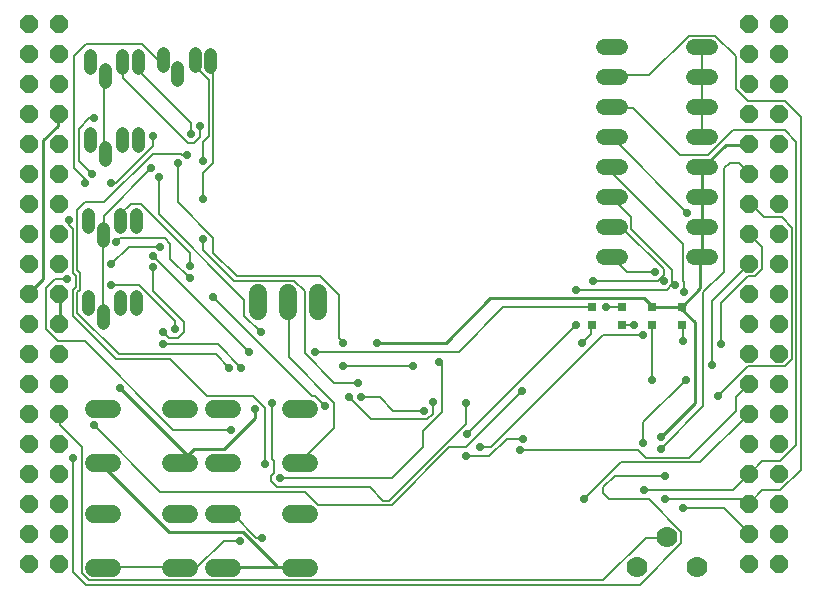
<source format=gtl>
G75*
%MOIN*%
%OFA0B0*%
%FSLAX25Y25*%
%IPPOS*%
%LPD*%
%AMOC8*
5,1,8,0,0,1.08239X$1,22.5*
%
%ADD10R,0.03150X0.03150*%
%ADD11C,0.06000*%
%ADD12C,0.04362*%
%ADD13C,0.07000*%
%ADD14OC8,0.06000*%
%ADD15C,0.05200*%
%ADD16C,0.01000*%
%ADD17C,0.02781*%
%ADD18C,0.00600*%
D10*
X0201550Y0093697D03*
X0201550Y0099603D03*
X0211550Y0099603D03*
X0211550Y0093697D03*
X0221550Y0093697D03*
X0221550Y0099603D03*
X0231550Y0099603D03*
X0231550Y0093697D03*
D11*
X0110300Y0098300D02*
X0110300Y0104300D01*
X0100300Y0104300D02*
X0100300Y0098300D01*
X0090300Y0098300D02*
X0090300Y0104300D01*
X0081750Y0065550D02*
X0075750Y0065550D01*
X0067350Y0065550D02*
X0061350Y0065550D01*
X0041750Y0065550D02*
X0035750Y0065550D01*
X0035750Y0047750D02*
X0041750Y0047750D01*
X0041750Y0030550D02*
X0035750Y0030550D01*
X0035750Y0012750D02*
X0041750Y0012750D01*
X0061350Y0012750D02*
X0067350Y0012750D01*
X0075750Y0012750D02*
X0081750Y0012750D01*
X0101350Y0012750D02*
X0107350Y0012750D01*
X0107350Y0030550D02*
X0101350Y0030550D01*
X0081750Y0030550D02*
X0075750Y0030550D01*
X0067350Y0030550D02*
X0061350Y0030550D01*
X0061350Y0047750D02*
X0067350Y0047750D01*
X0075750Y0047750D02*
X0081750Y0047750D01*
X0101350Y0047750D02*
X0107350Y0047750D01*
X0107350Y0065550D02*
X0101350Y0065550D01*
D12*
X0049475Y0098856D02*
X0049475Y0103219D01*
X0044263Y0103344D02*
X0044263Y0098981D01*
X0038459Y0098659D02*
X0038459Y0094297D01*
X0033641Y0098981D02*
X0033641Y0103344D01*
X0038499Y0121727D02*
X0038499Y0126089D01*
X0033680Y0126411D02*
X0033680Y0130774D01*
X0044302Y0130774D02*
X0044302Y0126411D01*
X0049515Y0126286D02*
X0049515Y0130648D01*
X0039129Y0148727D02*
X0039129Y0153089D01*
X0034310Y0153411D02*
X0034310Y0157774D01*
X0044932Y0157774D02*
X0044932Y0153411D01*
X0050144Y0153286D02*
X0050144Y0157648D01*
X0039239Y0174727D02*
X0039239Y0179089D01*
X0034420Y0179411D02*
X0034420Y0183774D01*
X0045042Y0183774D02*
X0045042Y0179411D01*
X0050255Y0179286D02*
X0050255Y0183648D01*
X0058550Y0184274D02*
X0058550Y0179911D01*
X0063369Y0179589D02*
X0063369Y0175227D01*
X0069172Y0179911D02*
X0069172Y0184274D01*
X0074385Y0184148D02*
X0074385Y0179786D01*
D13*
X0226589Y0022920D03*
X0216589Y0012920D03*
X0236589Y0012920D03*
D14*
X0014050Y0014150D03*
X0024050Y0014150D03*
X0024050Y0024150D03*
X0014050Y0024150D03*
X0014050Y0034150D03*
X0024050Y0034150D03*
X0024050Y0044150D03*
X0014050Y0044150D03*
X0014050Y0054150D03*
X0024050Y0054150D03*
X0024050Y0064150D03*
X0014050Y0064150D03*
X0014050Y0074150D03*
X0024050Y0074150D03*
X0024050Y0084150D03*
X0014050Y0084150D03*
X0014050Y0094150D03*
X0024050Y0094150D03*
X0024050Y0104150D03*
X0014050Y0104150D03*
X0014050Y0114150D03*
X0024050Y0114150D03*
X0024050Y0124150D03*
X0014050Y0124150D03*
X0014050Y0134150D03*
X0024050Y0134150D03*
X0024050Y0144150D03*
X0014050Y0144150D03*
X0014050Y0154150D03*
X0024050Y0154150D03*
X0024050Y0164150D03*
X0014050Y0164150D03*
X0014050Y0174150D03*
X0024050Y0174150D03*
X0024050Y0184150D03*
X0014050Y0184150D03*
X0014050Y0194150D03*
X0024050Y0194150D03*
X0254050Y0194150D03*
X0264050Y0194150D03*
X0264050Y0184150D03*
X0254050Y0184150D03*
X0254050Y0174150D03*
X0264050Y0174150D03*
X0264050Y0164150D03*
X0254050Y0164150D03*
X0254050Y0154150D03*
X0264050Y0154150D03*
X0264050Y0144150D03*
X0254050Y0144150D03*
X0254050Y0134150D03*
X0264050Y0134150D03*
X0264050Y0124150D03*
X0254050Y0124150D03*
X0254050Y0114150D03*
X0264050Y0114150D03*
X0264050Y0104150D03*
X0254050Y0104150D03*
X0254050Y0094150D03*
X0264050Y0094150D03*
X0264050Y0084150D03*
X0254050Y0084150D03*
X0254050Y0074150D03*
X0264050Y0074150D03*
X0264050Y0064150D03*
X0254050Y0064150D03*
X0254050Y0054150D03*
X0264050Y0054150D03*
X0264050Y0044150D03*
X0254050Y0044150D03*
X0254050Y0034150D03*
X0264050Y0034150D03*
X0264050Y0024150D03*
X0254050Y0024150D03*
X0254050Y0014150D03*
X0264050Y0014150D03*
D15*
X0240800Y0116400D02*
X0235600Y0116400D01*
X0235600Y0126400D02*
X0240800Y0126400D01*
X0240800Y0136400D02*
X0235600Y0136400D01*
X0235600Y0146400D02*
X0240800Y0146400D01*
X0240800Y0156400D02*
X0235600Y0156400D01*
X0235600Y0166400D02*
X0240800Y0166400D01*
X0240800Y0176400D02*
X0235600Y0176400D01*
X0235600Y0186400D02*
X0240800Y0186400D01*
X0210800Y0186400D02*
X0205600Y0186400D01*
X0205600Y0176400D02*
X0210800Y0176400D01*
X0210800Y0166400D02*
X0205600Y0166400D01*
X0205600Y0156400D02*
X0210800Y0156400D01*
X0210800Y0146400D02*
X0205600Y0146400D01*
X0205600Y0136400D02*
X0210800Y0136400D01*
X0210800Y0126400D02*
X0205600Y0126400D01*
X0205600Y0116400D02*
X0210800Y0116400D01*
D16*
X0219070Y0102536D02*
X0221530Y0100075D01*
X0221550Y0099603D01*
X0222022Y0099583D01*
X0231373Y0099583D01*
X0231550Y0099603D01*
X0231373Y0099091D01*
X0235802Y0094662D01*
X0235802Y0067595D01*
X0224483Y0056276D01*
X0231550Y0099603D02*
X0231865Y0100075D01*
X0237770Y0105981D01*
X0237770Y0116315D01*
X0238200Y0116400D01*
X0238263Y0116807D01*
X0238263Y0126158D01*
X0238200Y0126400D01*
X0238263Y0126650D01*
X0238263Y0136000D01*
X0238200Y0136400D01*
X0238263Y0136493D01*
X0238263Y0146335D01*
X0238200Y0146400D01*
X0238755Y0146335D01*
X0246137Y0153717D01*
X0254011Y0153717D01*
X0254050Y0154150D01*
X0219070Y0102536D02*
X0167554Y0102536D01*
X0152790Y0087772D01*
X0129995Y0087772D01*
X0089148Y0065626D02*
X0089148Y0062674D01*
X0078814Y0052339D01*
X0068971Y0052339D01*
X0064542Y0047910D01*
X0064350Y0047750D01*
X0066511Y0050370D01*
X0044365Y0072516D01*
X0024188Y0094170D02*
X0024050Y0094150D01*
X0024188Y0094170D02*
X0024188Y0104012D01*
X0024050Y0104150D01*
X0018774Y0108933D02*
X0014345Y0104504D01*
X0014050Y0104150D01*
X0018774Y0108933D02*
X0018774Y0155193D01*
X0023696Y0160115D01*
X0023696Y0164052D01*
X0024050Y0164150D01*
X0038750Y0047750D02*
X0038952Y0047418D01*
X0038952Y0046433D01*
X0060605Y0024780D01*
X0085211Y0024780D01*
X0096530Y0013461D01*
X0096530Y0012969D01*
X0103912Y0012969D01*
X0104350Y0012750D01*
X0096530Y0012969D02*
X0078814Y0012969D01*
X0078750Y0012750D01*
D17*
X0084227Y0021827D03*
X0091609Y0022811D03*
X0097515Y0042496D03*
X0092593Y0047418D03*
X0081274Y0058737D03*
X0089148Y0065626D03*
X0095054Y0067595D03*
X0084719Y0079406D03*
X0080782Y0079406D03*
X0087180Y0084819D03*
X0091117Y0091217D03*
X0075369Y0103028D03*
X0067495Y0109426D03*
X0067495Y0113363D03*
X0071924Y0122221D03*
X0057652Y0119760D03*
X0055192Y0116807D03*
X0055192Y0112870D03*
X0042889Y0121237D03*
X0041412Y0113855D03*
X0041412Y0106965D03*
X0026648Y0108933D03*
X0027141Y0128619D03*
X0032554Y0140922D03*
X0035015Y0143874D03*
X0041412Y0140922D03*
X0054700Y0145843D03*
X0057160Y0142890D03*
X0063558Y0147811D03*
X0066511Y0150272D03*
X0071924Y0148304D03*
X0067987Y0157162D03*
X0070940Y0160115D03*
X0055192Y0156670D03*
X0035507Y0162575D03*
X0071924Y0135508D03*
X0062574Y0092201D03*
X0058637Y0091217D03*
X0058637Y0087280D03*
X0044365Y0072516D03*
X0035507Y0060213D03*
X0028617Y0049386D03*
X0109326Y0084819D03*
X0118676Y0087772D03*
X0118676Y0079898D03*
X0123597Y0074485D03*
X0124581Y0069563D03*
X0120644Y0069563D03*
X0112770Y0066611D03*
X0129995Y0087772D03*
X0141806Y0079898D03*
X0150664Y0081374D03*
X0148696Y0068087D03*
X0145743Y0065134D03*
X0159522Y0067595D03*
X0160015Y0057260D03*
X0164444Y0052831D03*
X0159522Y0049878D03*
X0177731Y0051847D03*
X0178715Y0055784D03*
X0178223Y0071532D03*
X0198400Y0087772D03*
X0196432Y0093678D03*
X0206274Y0099583D03*
X0215625Y0093678D03*
X0218578Y0090233D03*
X0231865Y0088264D03*
X0241707Y0080390D03*
X0244660Y0087280D03*
X0232849Y0075469D03*
X0221530Y0075469D03*
X0243597Y0069977D03*
X0224483Y0056276D03*
X0224483Y0052339D03*
X0218578Y0054307D03*
X0225959Y0043481D03*
X0219070Y0038559D03*
X0225959Y0035607D03*
X0231865Y0032654D03*
X0198893Y0035607D03*
X0196432Y0105489D03*
X0201845Y0108441D03*
X0222515Y0111394D03*
X0225467Y0108441D03*
X0229404Y0106965D03*
X0232357Y0104504D03*
X0233341Y0131079D03*
D18*
X0208243Y0156178D01*
X0208200Y0156400D01*
X0208243Y0166020D02*
X0208200Y0166400D01*
X0208243Y0166020D02*
X0215133Y0166020D01*
X0230881Y0150272D01*
X0240231Y0150272D01*
X0248597Y0158638D01*
X0265822Y0158638D01*
X0269759Y0154701D01*
X0269759Y0053815D01*
X0264345Y0048402D01*
X0258440Y0048402D01*
X0254503Y0044465D01*
X0254050Y0044150D01*
X0254011Y0043973D01*
X0248597Y0038559D01*
X0219070Y0038559D01*
X0220546Y0035607D02*
X0207259Y0035607D01*
X0205290Y0037575D01*
X0205290Y0039544D01*
X0209227Y0043481D01*
X0225959Y0043481D01*
X0219562Y0049386D02*
X0233833Y0049386D01*
X0249581Y0065134D01*
X0249581Y0069563D01*
X0254011Y0073993D01*
X0254050Y0074150D01*
X0253519Y0079898D02*
X0265822Y0079898D01*
X0268282Y0082359D01*
X0268282Y0126158D01*
X0264837Y0129603D01*
X0258932Y0129603D01*
X0254503Y0134032D01*
X0254050Y0134150D01*
X0254050Y0124150D02*
X0258440Y0119760D01*
X0258440Y0112378D01*
X0255979Y0109918D01*
X0253519Y0109918D01*
X0244660Y0101059D01*
X0244660Y0087280D01*
X0241707Y0080390D02*
X0241707Y0101552D01*
X0254011Y0113855D01*
X0254050Y0114150D01*
X0245644Y0111394D02*
X0245644Y0145843D01*
X0247613Y0147811D01*
X0250566Y0147811D01*
X0254011Y0144367D01*
X0254050Y0144150D01*
X0238200Y0156400D02*
X0238263Y0156670D01*
X0238263Y0166020D01*
X0238200Y0166400D01*
X0238263Y0166512D01*
X0238263Y0176355D01*
X0238200Y0176400D01*
X0238263Y0176847D01*
X0238263Y0186197D01*
X0238200Y0186400D01*
X0233833Y0190134D02*
X0242692Y0190134D01*
X0249581Y0183244D01*
X0249581Y0172418D01*
X0253519Y0168481D01*
X0265822Y0168481D01*
X0271235Y0163067D01*
X0271235Y0045449D01*
X0264345Y0038559D01*
X0258440Y0038559D01*
X0254503Y0034622D01*
X0254050Y0034150D01*
X0254011Y0034622D01*
X0253026Y0035607D01*
X0225959Y0035607D01*
X0220546Y0035607D02*
X0231373Y0024780D01*
X0231373Y0020843D01*
X0217593Y0007063D01*
X0033046Y0007063D01*
X0028617Y0011493D01*
X0028617Y0049386D01*
X0031570Y0052831D02*
X0031570Y0011000D01*
X0034030Y0008540D01*
X0205290Y0008540D01*
X0219562Y0022811D01*
X0226452Y0022811D01*
X0226589Y0022920D01*
X0231865Y0032654D02*
X0245644Y0032654D01*
X0254011Y0024288D01*
X0254050Y0024150D01*
X0237770Y0047910D02*
X0254011Y0064150D01*
X0254050Y0064150D01*
X0243597Y0069977D02*
X0253519Y0079898D01*
X0238755Y0066611D02*
X0238755Y0104504D01*
X0245644Y0111394D01*
X0232357Y0107949D02*
X0232357Y0104504D01*
X0232357Y0107949D02*
X0231865Y0108441D01*
X0231865Y0120744D01*
X0208243Y0144367D01*
X0208243Y0146335D01*
X0208200Y0146400D01*
X0208200Y0136400D02*
X0208243Y0136000D01*
X0214641Y0129603D01*
X0214641Y0125666D01*
X0228420Y0111886D01*
X0228420Y0107949D01*
X0229404Y0106965D01*
X0228420Y0107457D02*
X0226452Y0105489D01*
X0196432Y0105489D01*
X0201845Y0108441D02*
X0223499Y0108441D01*
X0224483Y0109426D01*
X0225467Y0108441D01*
X0224483Y0109426D02*
X0225467Y0110410D01*
X0225467Y0112378D01*
X0211688Y0126158D01*
X0208243Y0126158D01*
X0208200Y0126400D01*
X0208200Y0116400D02*
X0208243Y0116315D01*
X0213164Y0111394D01*
X0222515Y0111394D01*
X0228420Y0107949D02*
X0228420Y0107457D01*
X0211550Y0099603D02*
X0211196Y0099583D01*
X0206274Y0099583D01*
X0201550Y0099603D02*
X0201353Y0099583D01*
X0172062Y0099583D01*
X0157298Y0084819D01*
X0109326Y0084819D01*
X0105881Y0084327D02*
X0115723Y0074485D01*
X0123597Y0074485D01*
X0118676Y0079898D02*
X0141806Y0079898D01*
X0150664Y0081374D02*
X0151648Y0080390D01*
X0151648Y0064642D01*
X0145251Y0058244D01*
X0145251Y0052831D01*
X0134916Y0042496D01*
X0097515Y0042496D01*
X0095546Y0044465D02*
X0094562Y0043481D01*
X0094562Y0041512D01*
X0096530Y0039544D01*
X0127534Y0039544D01*
X0131963Y0035115D01*
X0133932Y0035115D01*
X0159522Y0060705D01*
X0159522Y0067595D01*
X0148696Y0068087D02*
X0148696Y0064150D01*
X0146727Y0062181D01*
X0128026Y0062181D01*
X0120644Y0069563D01*
X0124581Y0069563D02*
X0130979Y0069563D01*
X0135408Y0065134D01*
X0145743Y0065134D01*
X0160015Y0057260D02*
X0196432Y0093678D01*
X0201353Y0093678D02*
X0201353Y0090725D01*
X0198400Y0087772D01*
X0205290Y0090233D02*
X0218578Y0090233D01*
X0221530Y0093678D02*
X0221550Y0093697D01*
X0221530Y0093678D02*
X0221530Y0075469D01*
X0232849Y0075469D02*
X0218578Y0061197D01*
X0218578Y0054307D01*
X0217101Y0051847D02*
X0219562Y0049386D01*
X0217101Y0051847D02*
X0177731Y0051847D01*
X0178715Y0055784D02*
X0173302Y0055784D01*
X0167396Y0049878D01*
X0159522Y0049878D01*
X0159522Y0052831D02*
X0154109Y0052831D01*
X0134916Y0033638D01*
X0110310Y0033638D01*
X0105881Y0038067D01*
X0057652Y0038067D01*
X0035507Y0060213D01*
X0031570Y0052831D02*
X0024188Y0060213D01*
X0024188Y0064150D01*
X0024050Y0064150D01*
X0042889Y0082359D02*
X0061097Y0082359D01*
X0073400Y0070056D01*
X0088656Y0070056D01*
X0092593Y0066119D01*
X0092593Y0047418D01*
X0095054Y0048894D02*
X0095546Y0048402D01*
X0095546Y0044465D01*
X0095054Y0048894D02*
X0095054Y0067595D01*
X0108341Y0070056D02*
X0109326Y0070056D01*
X0112770Y0066611D01*
X0115723Y0067595D02*
X0115723Y0059229D01*
X0104404Y0047910D01*
X0104350Y0047750D01*
X0081274Y0058737D02*
X0062081Y0058737D01*
X0032554Y0088264D01*
X0023696Y0088264D01*
X0019759Y0092201D01*
X0019759Y0105981D01*
X0022711Y0108933D01*
X0026648Y0108933D01*
X0028617Y0110902D02*
X0029601Y0109918D01*
X0029601Y0106473D01*
X0028617Y0105489D01*
X0028617Y0096630D01*
X0042889Y0082359D01*
X0043873Y0083835D02*
X0076353Y0083835D01*
X0080782Y0079406D01*
X0084719Y0079406D02*
X0076845Y0087280D01*
X0058637Y0087280D01*
X0060605Y0089248D02*
X0058637Y0091217D01*
X0060605Y0089248D02*
X0063558Y0089248D01*
X0065526Y0091217D01*
X0065526Y0094662D01*
X0055192Y0104996D01*
X0055192Y0112870D01*
X0055192Y0116807D02*
X0087180Y0084819D01*
X0091117Y0091217D02*
X0085704Y0096630D01*
X0085704Y0102044D01*
X0057160Y0130587D01*
X0057160Y0142890D01*
X0054700Y0145843D02*
X0038952Y0130095D01*
X0038952Y0126158D01*
X0038499Y0126089D01*
X0038459Y0125666D01*
X0038459Y0098659D01*
X0030093Y0097615D02*
X0030093Y0104504D01*
X0031078Y0105489D01*
X0031078Y0110902D01*
X0030093Y0111886D01*
X0030093Y0132063D01*
X0032554Y0134524D01*
X0038952Y0134524D01*
X0055192Y0150764D01*
X0064542Y0150764D01*
X0065034Y0150272D01*
X0066511Y0150272D01*
X0063558Y0147811D02*
X0063558Y0134524D01*
X0075369Y0122713D01*
X0075369Y0117792D01*
X0083243Y0109918D01*
X0110802Y0109918D01*
X0117200Y0103520D01*
X0117200Y0089248D01*
X0118676Y0087772D01*
X0105881Y0084327D02*
X0105881Y0104996D01*
X0102436Y0108441D01*
X0082259Y0108441D01*
X0071924Y0118776D01*
X0071924Y0122221D01*
X0067495Y0117792D02*
X0051255Y0134032D01*
X0047810Y0134032D01*
X0044365Y0130587D01*
X0044365Y0126650D01*
X0044302Y0126411D01*
X0044365Y0122713D02*
X0042889Y0121237D01*
X0044365Y0122713D02*
X0059129Y0122713D01*
X0061097Y0120744D01*
X0061097Y0115823D01*
X0067495Y0109426D01*
X0067495Y0113363D02*
X0067495Y0117792D01*
X0057652Y0119760D02*
X0047318Y0119760D01*
X0041412Y0113855D01*
X0041412Y0106965D02*
X0050763Y0106965D01*
X0062574Y0095154D01*
X0062574Y0092201D01*
X0075369Y0103028D02*
X0108341Y0070056D01*
X0115723Y0067595D02*
X0100467Y0082851D01*
X0100467Y0101059D01*
X0100300Y0101300D01*
X0071924Y0135508D02*
X0071924Y0144367D01*
X0075369Y0147811D01*
X0075369Y0178323D01*
X0074385Y0179307D01*
X0074385Y0179786D01*
X0073893Y0175370D02*
X0069463Y0179800D01*
X0069172Y0179911D01*
X0073893Y0175370D02*
X0073893Y0156670D01*
X0071924Y0154701D01*
X0071924Y0148304D01*
X0068971Y0154209D02*
X0067003Y0154209D01*
X0045349Y0175863D01*
X0045349Y0179307D01*
X0045042Y0179411D01*
X0050255Y0179286D02*
X0050270Y0178815D01*
X0067987Y0161099D01*
X0067987Y0157162D01*
X0068971Y0154209D02*
X0070940Y0156178D01*
X0070940Y0160115D01*
X0055192Y0156670D02*
X0055192Y0153225D01*
X0042889Y0140922D01*
X0041412Y0140922D01*
X0035015Y0143874D02*
X0030585Y0148304D01*
X0030585Y0159130D01*
X0034030Y0162575D01*
X0035507Y0162575D01*
X0038952Y0153225D02*
X0039129Y0153089D01*
X0038952Y0153225D02*
X0038952Y0178815D01*
X0039239Y0179089D01*
X0033046Y0187181D02*
X0051747Y0187181D01*
X0058637Y0180292D01*
X0058550Y0179911D01*
X0033046Y0187181D02*
X0029109Y0183244D01*
X0029109Y0145843D01*
X0032554Y0142398D01*
X0032554Y0140922D01*
X0027141Y0128619D02*
X0027141Y0127142D01*
X0028617Y0125666D01*
X0028617Y0110902D01*
X0030093Y0097615D02*
X0043873Y0083835D01*
X0078750Y0030550D02*
X0078814Y0030193D01*
X0082259Y0030193D01*
X0089641Y0022811D01*
X0091609Y0022811D01*
X0084227Y0021827D02*
X0078814Y0021827D01*
X0069956Y0012969D01*
X0064542Y0012969D01*
X0064350Y0012750D01*
X0064050Y0012969D01*
X0038952Y0012969D01*
X0038750Y0012750D01*
X0159522Y0052831D02*
X0178223Y0071532D01*
X0167889Y0052831D02*
X0164444Y0052831D01*
X0167889Y0052831D02*
X0205290Y0090233D01*
X0201550Y0093697D02*
X0201353Y0093678D01*
X0211550Y0093697D02*
X0211688Y0093678D01*
X0215625Y0093678D01*
X0231550Y0093697D02*
X0231865Y0093678D01*
X0231865Y0088264D01*
X0238755Y0066611D02*
X0224483Y0052339D01*
X0237770Y0047910D02*
X0211196Y0047910D01*
X0198893Y0035607D01*
X0208200Y0176400D02*
X0208243Y0176847D01*
X0220546Y0176847D01*
X0233833Y0190134D01*
M02*

</source>
